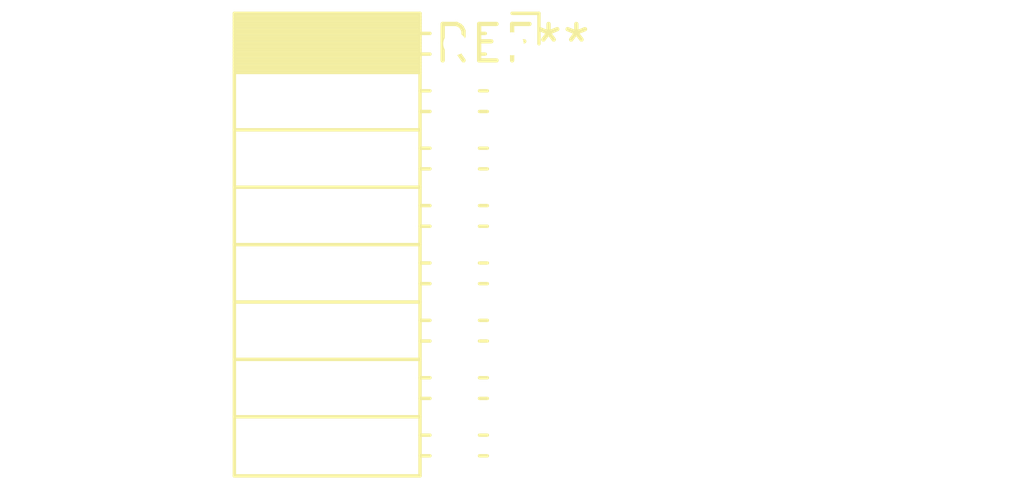
<source format=kicad_pcb>
(kicad_pcb (version 20240108) (generator pcbnew)
  (layers (0 "F.Cu" signal) (31 "B.Cu" signal) (34 "B.Paste" user) (35 "F.Paste" user) (36 "B.SilkS" user "B.Silkscreen") (37 "F.SilkS" user "F.Silkscreen") (38 "B.Mask" user) (39 "F.Mask" user) (44 "Edge.Cuts" user))
  (net 0 "")
  (footprint "PinSocket_2x08_P2.00mm_Horizontal" (layer "F.Cu") (at 0 0)
    (property "Reference" "REF**")
    (property "Value" "PinSocket_2x08_P2.00mm_Horizontal")
    (fp_line (start -9.68 -1.06) (end -9.68 15.06) (layer "F.SilkS") (stroke (width 0.12)))
    (fp_line (start -9.68 -1.06) (end -3.21 -1.06) (layer "F.SilkS") (stroke (width 0.12)))
    (fp_line (start -9.68 -0.94) (end -3.21 -0.94) (layer "F.SilkS") (stroke (width 0.12)))
    (fp_line (start -9.68 -0.825882) (end -3.21 -0.825882) (layer "F.SilkS") (stroke (width 0.12)))
    (fp_line (start -9.68 -0.711764) (end -3.21 -0.711764) (layer "F.SilkS") (stroke (width 0.12)))
    (fp_line (start -9.68 -0.597646) (end -3.21 -0.597646) (layer "F.SilkS") (stroke (width 0.12)))
    (fp_line (start -9.68 -0.483528) (end -3.21 -0.483528) (layer "F.SilkS") (stroke (width 0.12)))
    (fp_line (start -9.68 -0.36941) (end -3.21 -0.36941) (layer "F.SilkS") (stroke (width 0.12)))
    (fp_line (start -9.68 -0.255292) (end -3.21 -0.255292) (layer "F.SilkS") (stroke (width 0.12)))
    (fp_line (start -9.68 -0.141174) (end -3.21 -0.141174) (layer "F.SilkS") (stroke (width 0.12)))
    (fp_line (start -9.68 -0.027056) (end -3.21 -0.027056) (layer "F.SilkS") (stroke (width 0.12)))
    (fp_line (start -9.68 0.087062) (end -3.21 0.087062) (layer "F.SilkS") (stroke (width 0.12)))
    (fp_line (start -9.68 0.20118) (end -3.21 0.20118) (layer "F.SilkS") (stroke (width 0.12)))
    (fp_line (start -9.68 0.315298) (end -3.21 0.315298) (layer "F.SilkS") (stroke (width 0.12)))
    (fp_line (start -9.68 0.429416) (end -3.21 0.429416) (layer "F.SilkS") (stroke (width 0.12)))
    (fp_line (start -9.68 0.543534) (end -3.21 0.543534) (layer "F.SilkS") (stroke (width 0.12)))
    (fp_line (start -9.68 0.657652) (end -3.21 0.657652) (layer "F.SilkS") (stroke (width 0.12)))
    (fp_line (start -9.68 0.77177) (end -3.21 0.77177) (layer "F.SilkS") (stroke (width 0.12)))
    (fp_line (start -9.68 0.885888) (end -3.21 0.885888) (layer "F.SilkS") (stroke (width 0.12)))
    (fp_line (start -9.68 1) (end -3.21 1) (layer "F.SilkS") (stroke (width 0.12)))
    (fp_line (start -9.68 3) (end -3.21 3) (layer "F.SilkS") (stroke (width 0.12)))
    (fp_line (start -9.68 5) (end -3.21 5) (layer "F.SilkS") (stroke (width 0.12)))
    (fp_line (start -9.68 7) (end -3.21 7) (layer "F.SilkS") (stroke (width 0.12)))
    (fp_line (start -9.68 9) (end -3.21 9) (layer "F.SilkS") (stroke (width 0.12)))
    (fp_line (start -9.68 11) (end -3.21 11) (layer "F.SilkS") (stroke (width 0.12)))
    (fp_line (start -9.68 13) (end -3.21 13) (layer "F.SilkS") (stroke (width 0.12)))
    (fp_line (start -9.68 15.06) (end -3.21 15.06) (layer "F.SilkS") (stroke (width 0.12)))
    (fp_line (start -3.21 -1.06) (end -3.21 15.06) (layer "F.SilkS") (stroke (width 0.12)))
    (fp_line (start -3.21 -0.36) (end -2.862917 -0.36) (layer "F.SilkS") (stroke (width 0.12)))
    (fp_line (start -3.21 0.36) (end -2.862917 0.36) (layer "F.SilkS") (stroke (width 0.12)))
    (fp_line (start -3.21 1.64) (end -2.862917 1.64) (layer "F.SilkS") (stroke (width 0.12)))
    (fp_line (start -3.21 2.36) (end -2.862917 2.36) (layer "F.SilkS") (stroke (width 0.12)))
    (fp_line (start -3.21 3.64) (end -2.862917 3.64) (layer "F.SilkS") (stroke (width 0.12)))
    (fp_line (start -3.21 4.36) (end -2.862917 4.36) (layer "F.SilkS") (stroke (width 0.12)))
    (fp_line (start -3.21 5.64) (end -2.862917 5.64) (layer "F.SilkS") (stroke (width 0.12)))
    (fp_line (start -3.21 6.36) (end -2.862917 6.36) (layer "F.SilkS") (stroke (width 0.12)))
    (fp_line (start -3.21 7.64) (end -2.862917 7.64) (layer "F.SilkS") (stroke (width 0.12)))
    (fp_line (start -3.21 8.36) (end -2.862917 8.36) (layer "F.SilkS") (stroke (width 0.12)))
    (fp_line (start -3.21 9.64) (end -2.862917 9.64) (layer "F.SilkS") (stroke (width 0.12)))
    (fp_line (start -3.21 10.36) (end -2.862917 10.36) (layer "F.SilkS") (stroke (width 0.12)))
    (fp_line (start -3.21 11.64) (end -2.862917 11.64) (layer "F.SilkS") (stroke (width 0.12)))
    (fp_line (start -3.21 12.36) (end -2.862917 12.36) (layer "F.SilkS") (stroke (width 0.12)))
    (fp_line (start -3.21 13.64) (end -2.862917 13.64) (layer "F.SilkS") (stroke (width 0.12)))
    (fp_line (start -3.21 14.36) (end -2.862917 14.36) (layer "F.SilkS") (stroke (width 0.12)))
    (fp_line (start -1.137083 -0.36) (end -0.935 -0.36) (layer "F.SilkS") (stroke (width 0.12)))
    (fp_line (start -1.137083 0.36) (end -0.935 0.36) (layer "F.SilkS") (stroke (width 0.12)))
    (fp_line (start -1.137083 1.64) (end -0.862917 1.64) (layer "F.SilkS") (stroke (width 0.12)))
    (fp_line (start -1.137083 2.36) (end -0.862917 2.36) (layer "F.SilkS") (stroke (width 0.12)))
    (fp_line (start -1.137083 3.64) (end -0.862917 3.64) (layer "F.SilkS") (stroke (width 0.12)))
    (fp_line (start -1.137083 4.36) (end -0.862917 4.36) (layer "F.SilkS") (stroke (width 0.12)))
    (fp_line (start -1.137083 5.64) (end -0.862917 5.64) (layer "F.SilkS") (stroke (width 0.12)))
    (fp_line (start -1.137083 6.36) (end -0.862917 6.36) (layer "F.SilkS") (stroke (width 0.12)))
    (fp_line (start -1.137083 7.64) (end -0.862917 7.64) (layer "F.SilkS") (stroke (width 0.12)))
    (fp_line (start -1.137083 8.36) (end -0.862917 8.36) (layer "F.SilkS") (stroke (width 0.12)))
    (fp_line (start -1.137083 9.64) (end -0.862917 9.64) (layer "F.SilkS") (stroke (width 0.12)))
    (fp_line (start -1.137083 10.36) (end -0.862917 10.36) (layer "F.SilkS") (stroke (width 0.12)))
    (fp_line (start -1.137083 11.64) (end -0.862917 11.64) (layer "F.SilkS") (stroke (width 0.12)))
    (fp_line (start -1.137083 12.36) (end -0.862917 12.36) (layer "F.SilkS") (stroke (width 0.12)))
    (fp_line (start -1.137083 13.64) (end -0.862917 13.64) (layer "F.SilkS") (stroke (width 0.12)))
    (fp_line (start -1.137083 14.36) (end -0.862917 14.36) (layer "F.SilkS") (stroke (width 0.12)))
    (fp_line (start 0 -1.06) (end 0.935 -1.06) (layer "F.SilkS") (stroke (width 0.12)))
    (fp_line (start 0.935 -1.06) (end 0.935 0) (layer "F.SilkS") (stroke (width 0.12)))
    (pad "1" thru_hole rect (at 0 0) (size 1.35 1.35) (drill 0.8) (layers *.Cu *.Mask) (remove_unused_layers))
    (pad "2" thru_hole oval (at -2 0) (size 1.35 1.35) (drill 0.8) (layers *.Cu *.Mask) (remove_unused_layers))
    (pad "3" thru_hole oval (at 0 2) (size 1.35 1.35) (drill 0.8) (layers *.Cu *.Mask) (remove_unused_layers))
    (pad "4" thru_hole oval (at -2 2) (size 1.35 1.35) (drill 0.8) (layers *.Cu *.Mask) (remove_unused_layers))
    (pad "5" thru_hole oval (at 0 4) (size 1.35 1.35) (drill 0.8) (layers *.Cu *.Mask) (remove_unused_layers))
    (pad "6" thru_hole oval (at -2 4) (size 1.35 1.35) (drill 0.8) (layers *.Cu *.Mask) (remove_unused_layers))
    (pad "7" thru_hole oval (at 0 6) (size 1.35 1.35) (drill 0.8) (layers *.Cu *.Mask) (remove_unused_layers))
    (pad "8" thru_hole oval (at -2 6) (size 1.35 1.35) (drill 0.8) (layers *.Cu *.Mask) (remove_unused_layers))
    (pad "9" thru_hole oval (at 0 8) (size 1.35 1.35) (drill 0.8) (layers *.Cu *.Mask) (remove_unused_layers))
    (pad "10" thru_hole oval (at -2 8) (size 1.35 1.35) (drill 0.8) (layers *.Cu *.Mask) (remove_unused_layers))
    (pad "11" thru_hole oval (at 0 10) (size 1.35 1.35) (drill 0.8) (layers *.Cu *.Mask) (remove_unused_layers))
    (pad "12" thru_hole oval (at -2 10) (size 1.35 1.35) (drill 0.8) (layers *.Cu *.Mask) (remove_unused_layers))
    (pad "13" thru_hole oval (at 0 12) (size 1.35 1.35) (drill 0.8) (layers *.Cu *.Mask) (remove_unused_layers))
    (pad "14" thru_hole oval (at -2 12) (size 1.35 1.35) (drill 0.8) (layers *.Cu *.Mask) (remove_unused_layers))
    (pad "15" thru_hole oval (at 0 14) (size 1.35 1.35) (drill 0.8) (layers *.Cu *.Mask) (remove_unused_layers))
    (pad "16" thru_hole oval (at -2 14) (size 1.35 1.35) (drill 0.8) (layers *.Cu *.Mask) (remove_unused_layers))
  )
)
</source>
